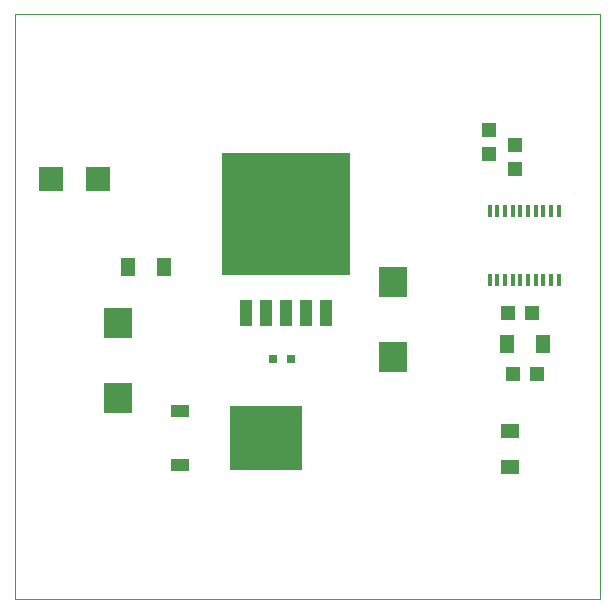
<source format=gtp>
G75*
%MOIN*%
%OFA0B0*%
%FSLAX24Y24*%
%IPPOS*%
%LPD*%
%AMOC8*
5,1,8,0,0,1.08239X$1,22.5*
%
%ADD10C,0.0000*%
%ADD11R,0.0120X0.0390*%
%ADD12R,0.0512X0.0630*%
%ADD13R,0.0472X0.0512*%
%ADD14R,0.0512X0.0472*%
%ADD15R,0.4252X0.4098*%
%ADD16R,0.0420X0.0850*%
%ADD17R,0.0945X0.1024*%
%ADD18R,0.0787X0.0787*%
%ADD19R,0.0315X0.0315*%
%ADD20R,0.2441X0.2126*%
%ADD21R,0.0630X0.0394*%
%ADD22R,0.0630X0.0512*%
D10*
X000500Y000500D02*
X000500Y019996D01*
X000500Y020000D02*
X020000Y020000D01*
X020000Y019996D02*
X020000Y000500D01*
X000500Y000500D01*
D11*
X016329Y011135D03*
X016585Y011135D03*
X016841Y011135D03*
X017096Y011135D03*
X017352Y011135D03*
X017608Y011135D03*
X017864Y011135D03*
X018120Y011135D03*
X018376Y011135D03*
X018632Y011135D03*
X018632Y013432D03*
X018376Y013432D03*
X018120Y013432D03*
X017864Y013432D03*
X017608Y013432D03*
X017352Y013432D03*
X017096Y013432D03*
X016841Y013432D03*
X016585Y013432D03*
X016329Y013432D03*
D12*
X016900Y009000D03*
X018100Y009000D03*
X005466Y011575D03*
X004266Y011575D03*
D13*
X016935Y010031D03*
X017735Y010031D03*
X017900Y008000D03*
X017100Y008000D03*
D14*
X017185Y014832D03*
X017185Y015632D03*
X016315Y015344D03*
X016315Y016144D03*
D15*
X009547Y013331D03*
D16*
X009547Y010051D03*
X008877Y010051D03*
X008207Y010051D03*
X010217Y010051D03*
X010887Y010051D03*
D17*
X013106Y011089D03*
X013106Y008589D03*
X003961Y009719D03*
X003961Y007219D03*
D18*
X003287Y014500D03*
X001713Y014500D03*
D19*
X009106Y008528D03*
X009706Y008528D03*
D20*
X008886Y005874D03*
D21*
X006012Y004976D03*
X006012Y006772D03*
D22*
X017000Y006100D03*
X017000Y004900D03*
M02*

</source>
